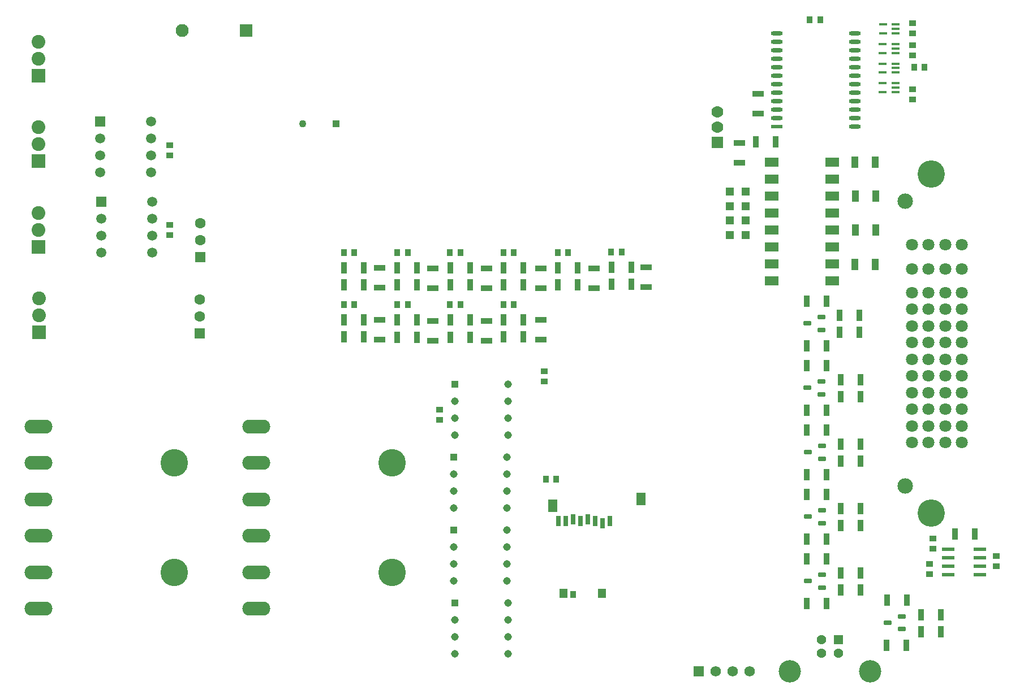
<source format=gbr>
%TF.GenerationSoftware,Altium Limited,Altium Designer,22.2.1 (43)*%
G04 Layer_Color=255*
%FSLAX44Y44*%
%MOMM*%
%TF.SameCoordinates,040CE2E0-B857-4D47-B26F-9B72162B56B4*%
%TF.FilePolarity,Positive*%
%TF.FileFunction,Pads,Bot*%
%TF.Part,Single*%
G01*
G75*
%TA.AperFunction,SMDPad,CuDef*%
%ADD16R,0.9800X0.9200*%
%ADD22R,0.9200X0.9800*%
%ADD23R,1.1500X1.1500*%
%ADD24R,1.7300X0.9700*%
%ADD26R,0.9700X1.7300*%
G04:AMPARAMS|DCode=27|XSize=1.19mm|YSize=0.4mm|CornerRadius=0.05mm|HoleSize=0mm|Usage=FLASHONLY|Rotation=0.000|XOffset=0mm|YOffset=0mm|HoleType=Round|Shape=RoundedRectangle|*
%AMROUNDEDRECTD27*
21,1,1.1900,0.3000,0,0,0.0*
21,1,1.0900,0.4000,0,0,0.0*
1,1,0.1000,0.5450,-0.1500*
1,1,0.1000,-0.5450,-0.1500*
1,1,0.1000,-0.5450,0.1500*
1,1,0.1000,0.5450,0.1500*
%
%ADD27ROUNDEDRECTD27*%
%TA.AperFunction,ComponentPad*%
%ADD56C,4.0894*%
%ADD57C,2.3114*%
%ADD58C,1.8034*%
%ADD59C,1.5600*%
%ADD60R,1.5600X1.5600*%
%ADD61C,1.9500*%
%ADD62R,1.9500X1.9500*%
%ADD63C,1.1400*%
%ADD64R,1.1400X1.1400*%
%ADD65C,4.1148*%
%ADD66O,4.1910X2.0955*%
%ADD67C,1.7700*%
%ADD68R,1.7700X1.7700*%
%ADD69C,1.6050*%
%ADD70R,1.6050X1.6050*%
%ADD71C,1.4986*%
%ADD72R,1.4986X1.4986*%
%ADD73R,1.1000X1.1000*%
%ADD74C,1.1000*%
%ADD75C,2.0550*%
%ADD76R,2.0550X2.0550*%
%ADD77R,1.4280X1.4280*%
%ADD78C,1.4280*%
%ADD79C,3.3460*%
%TA.AperFunction,SMDPad,CuDef*%
%ADD85O,1.8000X0.6000*%
%ADD86R,1.8000X0.6000*%
G04:AMPARAMS|DCode=87|XSize=1.23mm|YSize=0.6mm|CornerRadius=0.075mm|HoleSize=0mm|Usage=FLASHONLY|Rotation=180.000|XOffset=0mm|YOffset=0mm|HoleType=Round|Shape=RoundedRectangle|*
%AMROUNDEDRECTD87*
21,1,1.2300,0.4500,0,0,180.0*
21,1,1.0800,0.6000,0,0,180.0*
1,1,0.1500,-0.5400,0.2250*
1,1,0.1500,0.5400,0.2250*
1,1,0.1500,0.5400,-0.2250*
1,1,0.1500,-0.5400,-0.2250*
%
%ADD87ROUNDEDRECTD87*%
%ADD88R,2.0900X1.3900*%
%ADD89R,1.9812X0.5588*%
%ADD90R,1.0600X1.8200*%
%ADD91R,0.8000X1.5000*%
%ADD92R,1.4000X1.9000*%
%ADD93R,1.3000X1.4000*%
%ADD94R,0.9500X1.0000*%
D16*
X1657350Y475110D02*
D03*
Y459610D02*
D03*
X1652270Y421510D02*
D03*
Y437010D02*
D03*
X1752600Y432940D02*
D03*
Y448440D02*
D03*
X1075690Y709800D02*
D03*
Y725300D02*
D03*
X515620Y945010D02*
D03*
Y929510D02*
D03*
Y1064390D02*
D03*
Y1048890D02*
D03*
X1626870Y1247270D02*
D03*
Y1231770D02*
D03*
Y1214250D02*
D03*
Y1198750D02*
D03*
Y1132710D02*
D03*
Y1148210D02*
D03*
X919480Y652650D02*
D03*
Y668150D02*
D03*
D22*
X1078100Y563880D02*
D03*
X1093600D02*
D03*
X1488570Y1252220D02*
D03*
X1473070D02*
D03*
X1629280Y1181100D02*
D03*
X1644780D02*
D03*
X1176020Y904240D02*
D03*
X1191520D02*
D03*
X1095880Y902970D02*
D03*
X1111380D02*
D03*
X1014730D02*
D03*
X1030230D02*
D03*
X934590D02*
D03*
X950090D02*
D03*
X855850D02*
D03*
X871350D02*
D03*
X775840D02*
D03*
X791340D02*
D03*
X775840Y825500D02*
D03*
X791340D02*
D03*
X855850D02*
D03*
X871350D02*
D03*
X1014730D02*
D03*
X1030230D02*
D03*
X950090D02*
D03*
X934590D02*
D03*
D23*
X1377320Y994410D02*
D03*
X1353820D02*
D03*
X1377000Y972820D02*
D03*
X1353500D02*
D03*
X1377000Y951230D02*
D03*
X1353500D02*
D03*
X1377000Y929640D02*
D03*
X1353500D02*
D03*
D24*
X1367790Y1038030D02*
D03*
Y1067630D02*
D03*
X1395730Y1111690D02*
D03*
Y1141290D02*
D03*
X1228090Y851340D02*
D03*
Y880940D02*
D03*
X1150620Y850070D02*
D03*
Y879670D02*
D03*
X1070610Y850070D02*
D03*
Y879670D02*
D03*
X989330Y850070D02*
D03*
Y879670D02*
D03*
X909320Y850070D02*
D03*
Y879670D02*
D03*
X829310Y850510D02*
D03*
Y880110D02*
D03*
Y772600D02*
D03*
Y802200D02*
D03*
X909320Y771330D02*
D03*
Y800930D02*
D03*
X989330Y771330D02*
D03*
Y800930D02*
D03*
X1070610Y772600D02*
D03*
Y802200D02*
D03*
D26*
X1518090Y808990D02*
D03*
X1547690Y808990D02*
D03*
X1518090Y783590D02*
D03*
X1547690Y783590D02*
D03*
X1519360Y519430D02*
D03*
X1548960D02*
D03*
X1519360Y494030D02*
D03*
X1548960D02*
D03*
X1519360Y590550D02*
D03*
X1548960D02*
D03*
X1519360Y615950D02*
D03*
X1548960D02*
D03*
X1519360Y687070D02*
D03*
X1548960D02*
D03*
X1519800Y712470D02*
D03*
X1549400D02*
D03*
X1468560Y444500D02*
D03*
X1498160D02*
D03*
X1519360Y422910D02*
D03*
X1548960D02*
D03*
X1519360Y397510D02*
D03*
X1548960D02*
D03*
X1589210Y382270D02*
D03*
X1618810D02*
D03*
X1587940Y314960D02*
D03*
X1617540D02*
D03*
X1640010Y335280D02*
D03*
X1669610Y335280D02*
D03*
X1640010Y360680D02*
D03*
X1669610Y360680D02*
D03*
X1468560Y377190D02*
D03*
X1498160D02*
D03*
X1468560Y570230D02*
D03*
X1498160D02*
D03*
X1468560Y666750D02*
D03*
X1498160D02*
D03*
X1015170Y880110D02*
D03*
X1044770D02*
D03*
X1720410Y481330D02*
D03*
X1690810D02*
D03*
X1498160Y541020D02*
D03*
X1468560D02*
D03*
X1498160Y473710D02*
D03*
X1468560D02*
D03*
X1498160Y637540D02*
D03*
X1468560D02*
D03*
X1498160Y734060D02*
D03*
X1468560D02*
D03*
X1498160Y830580D02*
D03*
X1468560D02*
D03*
X1498160Y763270D02*
D03*
X1468560D02*
D03*
X1392360Y1069340D02*
D03*
X1421960D02*
D03*
X806010Y880110D02*
D03*
X776410D02*
D03*
X935160Y854710D02*
D03*
X964760D02*
D03*
X1015170D02*
D03*
X1044770D02*
D03*
X1206060Y881380D02*
D03*
X1176460D02*
D03*
X1126050Y880110D02*
D03*
X1096450D02*
D03*
X964760D02*
D03*
X935160D02*
D03*
X885580D02*
D03*
X855980D02*
D03*
Y854710D02*
D03*
X885580D02*
D03*
X776410D02*
D03*
X806010D02*
D03*
X964760Y802640D02*
D03*
X935160D02*
D03*
X885580D02*
D03*
X855980D02*
D03*
X806010D02*
D03*
X776410D02*
D03*
Y777240D02*
D03*
X806010D02*
D03*
X855980Y775970D02*
D03*
X885580D02*
D03*
X935160D02*
D03*
X964760D02*
D03*
X1044770Y802640D02*
D03*
X1015170D02*
D03*
X1044770Y777240D02*
D03*
X1015170D02*
D03*
X1126050Y854710D02*
D03*
X1096450D02*
D03*
X1206060Y855980D02*
D03*
X1176460D02*
D03*
D27*
X1601884Y1244900D02*
D03*
Y1238400D02*
D03*
Y1231900D02*
D03*
X1582684D02*
D03*
Y1244900D02*
D03*
X1582124Y1157120D02*
D03*
Y1144120D02*
D03*
X1601324D02*
D03*
Y1150620D02*
D03*
Y1157120D02*
D03*
X1582124Y1186330D02*
D03*
Y1173330D02*
D03*
X1601324D02*
D03*
Y1179830D02*
D03*
Y1186330D02*
D03*
X1582124Y1215540D02*
D03*
Y1202540D02*
D03*
X1601324D02*
D03*
Y1209040D02*
D03*
Y1215540D02*
D03*
D56*
X1654556Y1021080D02*
D03*
Y513080D02*
D03*
D57*
X1616202Y979932D02*
D03*
Y553974D02*
D03*
D58*
X1701038Y915416D02*
D03*
X1676146D02*
D03*
X1651000D02*
D03*
X1626108D02*
D03*
X1701038Y878586D02*
D03*
X1676146D02*
D03*
X1651000D02*
D03*
X1626108D02*
D03*
X1701038Y843534D02*
D03*
X1676146D02*
D03*
X1651000D02*
D03*
X1626108D02*
D03*
X1701038Y818388D02*
D03*
X1676146D02*
D03*
X1651000D02*
D03*
X1626108D02*
D03*
X1701038Y793496D02*
D03*
X1676146D02*
D03*
X1651000D02*
D03*
X1626108D02*
D03*
X1701038Y768604D02*
D03*
X1676146D02*
D03*
X1651000D02*
D03*
X1626108D02*
D03*
X1701038Y743458D02*
D03*
X1676146D02*
D03*
X1651000D02*
D03*
X1626108D02*
D03*
X1701038Y718566D02*
D03*
X1676146D02*
D03*
X1651000D02*
D03*
X1626108D02*
D03*
X1701038Y693420D02*
D03*
X1676146D02*
D03*
X1651000D02*
D03*
X1626108D02*
D03*
X1701038Y668528D02*
D03*
X1676146D02*
D03*
X1651000D02*
D03*
X1626108D02*
D03*
X1701038Y643382D02*
D03*
X1676146D02*
D03*
X1651000D02*
D03*
X1626108D02*
D03*
X1701038Y618490D02*
D03*
X1676146D02*
D03*
X1651000D02*
D03*
X1626108D02*
D03*
D59*
X1383030Y275590D02*
D03*
X1357630D02*
D03*
X1332230D02*
D03*
D60*
X1306830D02*
D03*
D61*
X534010Y1235710D02*
D03*
D62*
X629310D02*
D03*
D63*
X1021410Y706120D02*
D03*
Y680720D02*
D03*
Y655320D02*
D03*
Y629920D02*
D03*
X942010D02*
D03*
Y655320D02*
D03*
Y680720D02*
D03*
X1020140Y596900D02*
D03*
Y571500D02*
D03*
Y546100D02*
D03*
Y520700D02*
D03*
X940740D02*
D03*
Y546100D02*
D03*
Y571500D02*
D03*
Y462280D02*
D03*
Y436880D02*
D03*
Y411480D02*
D03*
X1020140D02*
D03*
Y436880D02*
D03*
Y462280D02*
D03*
Y487680D02*
D03*
X942010Y353060D02*
D03*
Y327660D02*
D03*
Y302260D02*
D03*
X1021410D02*
D03*
Y327660D02*
D03*
Y353060D02*
D03*
Y378460D02*
D03*
D64*
X942010Y706120D02*
D03*
X940740Y596900D02*
D03*
Y487680D02*
D03*
X942010Y378460D02*
D03*
D65*
X848360Y588010D02*
D03*
Y424180D02*
D03*
X521970Y588010D02*
D03*
Y424180D02*
D03*
D66*
X645160Y533400D02*
D03*
Y588010D02*
D03*
Y642620D02*
D03*
Y369570D02*
D03*
Y424180D02*
D03*
Y478790D02*
D03*
X318770Y533400D02*
D03*
Y588010D02*
D03*
Y642620D02*
D03*
Y478790D02*
D03*
Y424180D02*
D03*
Y369570D02*
D03*
D67*
X1334770Y1113730D02*
D03*
Y1090930D02*
D03*
D68*
Y1068130D02*
D03*
D69*
X560070Y833120D02*
D03*
Y807720D02*
D03*
X561340Y947420D02*
D03*
Y922020D02*
D03*
D70*
X560070Y782320D02*
D03*
X561340Y896620D02*
D03*
D71*
X488950Y979170D02*
D03*
Y953770D02*
D03*
Y928370D02*
D03*
Y902970D02*
D03*
X412750D02*
D03*
Y928370D02*
D03*
Y953770D02*
D03*
X487680Y1099820D02*
D03*
Y1074420D02*
D03*
Y1049020D02*
D03*
Y1023620D02*
D03*
X411480D02*
D03*
Y1049020D02*
D03*
Y1074420D02*
D03*
D72*
X412750Y979170D02*
D03*
X411480Y1099820D02*
D03*
D73*
X764140Y1096010D02*
D03*
D74*
X714140D02*
D03*
D75*
X320040Y834340D02*
D03*
Y808990D02*
D03*
X318770Y962594D02*
D03*
Y937243D02*
D03*
Y1090847D02*
D03*
Y1065497D02*
D03*
Y1219100D02*
D03*
Y1193750D02*
D03*
D76*
X320040Y783640D02*
D03*
X318770Y911893D02*
D03*
Y1040147D02*
D03*
Y1168400D02*
D03*
D77*
X1515670Y323166D02*
D03*
D78*
X1490670D02*
D03*
Y303165D02*
D03*
X1515670D02*
D03*
D79*
X1442970Y276066D02*
D03*
X1563370D02*
D03*
D85*
X1540510Y1092200D02*
D03*
X1423510Y1104900D02*
D03*
Y1117600D02*
D03*
Y1130300D02*
D03*
Y1143000D02*
D03*
Y1155700D02*
D03*
Y1168400D02*
D03*
Y1181100D02*
D03*
Y1193800D02*
D03*
Y1206500D02*
D03*
Y1219200D02*
D03*
Y1231900D02*
D03*
X1540510Y1104900D02*
D03*
Y1117600D02*
D03*
Y1130300D02*
D03*
Y1143000D02*
D03*
Y1155700D02*
D03*
Y1168400D02*
D03*
Y1181100D02*
D03*
Y1193800D02*
D03*
Y1206500D02*
D03*
Y1219200D02*
D03*
Y1231900D02*
D03*
D86*
X1423510Y1092200D02*
D03*
D87*
X1491500Y420449D02*
D03*
X1470300Y410949D02*
D03*
X1491500Y401449D02*
D03*
X1610880Y358219D02*
D03*
X1589680Y348719D02*
D03*
X1610880Y339219D02*
D03*
X1491420Y497968D02*
D03*
X1470220Y507468D02*
D03*
X1491420Y516968D02*
D03*
Y594488D02*
D03*
X1470220Y603988D02*
D03*
X1491420Y613489D02*
D03*
X1490590Y691008D02*
D03*
X1469390Y700508D02*
D03*
X1490590Y710008D02*
D03*
X1491060Y787529D02*
D03*
X1469860Y797029D02*
D03*
X1491060Y806529D02*
D03*
D88*
X1415860Y1038860D02*
D03*
Y1013460D02*
D03*
Y988060D02*
D03*
Y962660D02*
D03*
Y937260D02*
D03*
Y911860D02*
D03*
Y886460D02*
D03*
Y861060D02*
D03*
X1506660D02*
D03*
Y886460D02*
D03*
Y911860D02*
D03*
Y937260D02*
D03*
Y962660D02*
D03*
Y988060D02*
D03*
Y1013460D02*
D03*
Y1038860D02*
D03*
D89*
X1680614Y458470D02*
D03*
Y445770D02*
D03*
Y433070D02*
D03*
Y420370D02*
D03*
X1727858D02*
D03*
Y433070D02*
D03*
Y445770D02*
D03*
Y458470D02*
D03*
D90*
X1571030Y885190D02*
D03*
X1540470D02*
D03*
X1572300Y937260D02*
D03*
X1541740D02*
D03*
X1570990Y1038860D02*
D03*
X1540430D02*
D03*
X1572300Y988060D02*
D03*
X1541740D02*
D03*
D91*
X1096830Y501420D02*
D03*
X1107830D02*
D03*
X1118830Y503420D02*
D03*
X1129830Y501420D02*
D03*
X1140830Y503420D02*
D03*
X1151830Y501420D02*
D03*
X1162830Y497420D02*
D03*
X1173830Y501420D02*
D03*
D92*
X1088930Y524320D02*
D03*
X1220430Y534320D02*
D03*
D93*
X1104930Y392820D02*
D03*
X1161930D02*
D03*
D94*
X1118830Y390820D02*
D03*
%TF.MD5,99a71beb8d1fc6ca314fabe599ff2173*%
M02*

</source>
